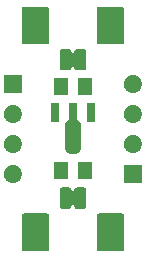
<source format=gts>
G04 #@! TF.GenerationSoftware,KiCad,Pcbnew,5.0.1-33cea8e~68~ubuntu18.04.1*
G04 #@! TF.CreationDate,2018-11-10T11:43:34+01:00*
G04 #@! TF.ProjectId,MCP1702_SOT89_breakoutmodule,4D4350313730325F534F5438395F6272,rev?*
G04 #@! TF.SameCoordinates,Original*
G04 #@! TF.FileFunction,Soldermask,Top*
G04 #@! TF.FilePolarity,Negative*
%FSLAX46Y46*%
G04 Gerber Fmt 4.6, Leading zero omitted, Abs format (unit mm)*
G04 Created by KiCad (PCBNEW 5.0.1-33cea8e~68~ubuntu18.04.1) date za 10 nov 2018 11:43:34 CET*
%MOMM*%
%LPD*%
G01*
G04 APERTURE LIST*
%ADD10C,0.100000*%
G04 APERTURE END LIST*
D10*
G36*
X140071144Y-84629024D02*
X140104538Y-84639154D01*
X140135302Y-84655597D01*
X140162270Y-84677730D01*
X140184403Y-84704698D01*
X140200846Y-84735462D01*
X140210976Y-84768856D01*
X140215000Y-84809712D01*
X140215000Y-87640288D01*
X140210976Y-87681144D01*
X140200846Y-87714538D01*
X140184403Y-87745302D01*
X140162270Y-87772270D01*
X140135302Y-87794403D01*
X140104538Y-87810846D01*
X140071144Y-87820976D01*
X140030288Y-87825000D01*
X138099712Y-87825000D01*
X138058856Y-87820976D01*
X138025462Y-87810846D01*
X137994698Y-87794403D01*
X137967730Y-87772270D01*
X137945597Y-87745302D01*
X137929154Y-87714538D01*
X137919024Y-87681144D01*
X137915000Y-87640288D01*
X137915000Y-84809712D01*
X137919024Y-84768856D01*
X137929154Y-84735462D01*
X137945597Y-84704698D01*
X137967730Y-84677730D01*
X137994698Y-84655597D01*
X138025462Y-84639154D01*
X138058856Y-84629024D01*
X138099712Y-84625000D01*
X140030288Y-84625000D01*
X140071144Y-84629024D01*
X140071144Y-84629024D01*
G37*
G36*
X133721144Y-84629024D02*
X133754538Y-84639154D01*
X133785302Y-84655597D01*
X133812270Y-84677730D01*
X133834403Y-84704698D01*
X133850846Y-84735462D01*
X133860976Y-84768856D01*
X133865000Y-84809712D01*
X133865000Y-87640288D01*
X133860976Y-87681144D01*
X133850846Y-87714538D01*
X133834403Y-87745302D01*
X133812270Y-87772270D01*
X133785302Y-87794403D01*
X133754538Y-87810846D01*
X133721144Y-87820976D01*
X133680288Y-87825000D01*
X131749712Y-87825000D01*
X131708856Y-87820976D01*
X131675462Y-87810846D01*
X131644698Y-87794403D01*
X131617730Y-87772270D01*
X131595597Y-87745302D01*
X131579154Y-87714538D01*
X131569024Y-87681144D01*
X131565000Y-87640288D01*
X131565000Y-84809712D01*
X131569024Y-84768856D01*
X131579154Y-84735462D01*
X131595597Y-84704698D01*
X131617730Y-84677730D01*
X131644698Y-84655597D01*
X131675462Y-84639154D01*
X131708856Y-84629024D01*
X131749712Y-84625000D01*
X133680288Y-84625000D01*
X133721144Y-84629024D01*
X133721144Y-84629024D01*
G37*
G36*
X135613960Y-82429196D02*
X135649023Y-82439832D01*
X135681332Y-82457102D01*
X135709655Y-82480345D01*
X135732898Y-82508668D01*
X135750168Y-82540977D01*
X135760804Y-82576040D01*
X135765602Y-82624753D01*
X135770383Y-82648786D01*
X135779760Y-82671425D01*
X135793374Y-82691800D01*
X135810701Y-82709127D01*
X135831076Y-82722741D01*
X135853715Y-82732118D01*
X135877749Y-82736898D01*
X135902253Y-82736898D01*
X135926286Y-82732117D01*
X135948925Y-82722740D01*
X135969300Y-82709126D01*
X135986627Y-82691799D01*
X136000241Y-82671424D01*
X136009618Y-82648785D01*
X136014398Y-82624753D01*
X136019196Y-82576040D01*
X136029832Y-82540977D01*
X136047102Y-82508668D01*
X136070345Y-82480345D01*
X136098668Y-82457102D01*
X136130977Y-82439832D01*
X136166040Y-82429196D01*
X136208641Y-82425000D01*
X136821359Y-82425000D01*
X136863960Y-82429196D01*
X136899023Y-82439832D01*
X136931332Y-82457102D01*
X136959655Y-82480345D01*
X136982898Y-82508668D01*
X137000168Y-82540977D01*
X137010804Y-82576040D01*
X137015000Y-82618641D01*
X137015000Y-84031359D01*
X137010804Y-84073960D01*
X137000168Y-84109023D01*
X136982898Y-84141332D01*
X136959655Y-84169655D01*
X136931332Y-84192898D01*
X136899023Y-84210168D01*
X136863960Y-84220804D01*
X136821359Y-84225000D01*
X136208641Y-84225000D01*
X136166040Y-84220804D01*
X136130977Y-84210168D01*
X136098668Y-84192898D01*
X136070345Y-84169655D01*
X136047102Y-84141332D01*
X136029832Y-84109023D01*
X136019196Y-84073960D01*
X136014398Y-84025247D01*
X136009617Y-84001214D01*
X136000240Y-83978575D01*
X135986626Y-83958200D01*
X135969299Y-83940873D01*
X135948924Y-83927259D01*
X135926285Y-83917882D01*
X135902251Y-83913102D01*
X135877747Y-83913102D01*
X135853714Y-83917883D01*
X135831075Y-83927260D01*
X135810700Y-83940874D01*
X135793373Y-83958201D01*
X135779759Y-83978576D01*
X135770382Y-84001215D01*
X135765602Y-84025247D01*
X135760804Y-84073960D01*
X135750168Y-84109023D01*
X135732898Y-84141332D01*
X135709655Y-84169655D01*
X135681332Y-84192898D01*
X135649023Y-84210168D01*
X135613960Y-84220804D01*
X135571359Y-84225000D01*
X134958641Y-84225000D01*
X134916040Y-84220804D01*
X134880977Y-84210168D01*
X134848668Y-84192898D01*
X134820345Y-84169655D01*
X134797102Y-84141332D01*
X134779832Y-84109023D01*
X134769196Y-84073960D01*
X134765000Y-84031359D01*
X134765000Y-82618641D01*
X134769196Y-82576040D01*
X134779832Y-82540977D01*
X134797102Y-82508668D01*
X134820345Y-82480345D01*
X134848668Y-82457102D01*
X134880977Y-82439832D01*
X134916040Y-82429196D01*
X134958641Y-82425000D01*
X135571359Y-82425000D01*
X135613960Y-82429196D01*
X135613960Y-82429196D01*
G37*
G36*
X141720000Y-82030000D02*
X140220000Y-82030000D01*
X140220000Y-80530000D01*
X141720000Y-80530000D01*
X141720000Y-82030000D01*
X141720000Y-82030000D01*
G37*
G36*
X130956318Y-80544411D02*
X131028767Y-80558822D01*
X131085303Y-80582240D01*
X131165257Y-80615358D01*
X131288100Y-80697439D01*
X131392561Y-80801900D01*
X131474642Y-80924743D01*
X131531178Y-81061234D01*
X131560000Y-81206130D01*
X131560000Y-81353870D01*
X131531178Y-81498766D01*
X131474642Y-81635257D01*
X131392561Y-81758100D01*
X131288100Y-81862561D01*
X131165257Y-81944642D01*
X131085303Y-81977760D01*
X131028767Y-82001178D01*
X130956318Y-82015589D01*
X130883870Y-82030000D01*
X130736130Y-82030000D01*
X130663682Y-82015589D01*
X130591233Y-82001178D01*
X130534697Y-81977760D01*
X130454743Y-81944642D01*
X130331900Y-81862561D01*
X130227439Y-81758100D01*
X130145358Y-81635257D01*
X130088822Y-81498766D01*
X130060000Y-81353870D01*
X130060000Y-81206130D01*
X130088822Y-81061234D01*
X130145358Y-80924743D01*
X130227439Y-80801900D01*
X130331900Y-80697439D01*
X130454743Y-80615358D01*
X130534697Y-80582240D01*
X130591233Y-80558822D01*
X130663682Y-80544411D01*
X130736130Y-80530000D01*
X130883870Y-80530000D01*
X130956318Y-80544411D01*
X130956318Y-80544411D01*
G37*
G36*
X137500000Y-81725000D02*
X136300000Y-81725000D01*
X136300000Y-80275000D01*
X137500000Y-80275000D01*
X137500000Y-81725000D01*
X137500000Y-81725000D01*
G37*
G36*
X135500000Y-81725000D02*
X134300000Y-81725000D01*
X134300000Y-80275000D01*
X135500000Y-80275000D01*
X135500000Y-81725000D01*
X135500000Y-81725000D01*
G37*
G36*
X136240000Y-76589360D02*
X136242402Y-76613746D01*
X136249515Y-76637195D01*
X136261066Y-76658806D01*
X136285700Y-76685986D01*
X136290778Y-76690153D01*
X136290781Y-76690155D01*
X136397370Y-76777630D01*
X136484845Y-76884219D01*
X136549845Y-77005825D01*
X136589872Y-77137776D01*
X136600000Y-77240610D01*
X136600000Y-78959390D01*
X136589872Y-79062224D01*
X136549845Y-79194175D01*
X136484845Y-79315781D01*
X136397369Y-79422370D01*
X136290780Y-79509845D01*
X136169174Y-79574845D01*
X136037223Y-79614872D01*
X135900000Y-79628387D01*
X135762776Y-79614872D01*
X135630825Y-79574845D01*
X135509219Y-79509845D01*
X135402630Y-79422369D01*
X135315155Y-79315780D01*
X135250155Y-79194174D01*
X135210128Y-79062223D01*
X135200000Y-78959389D01*
X135200000Y-77275010D01*
X135200001Y-77275000D01*
X135200001Y-77240610D01*
X135210129Y-77137776D01*
X135250156Y-77005825D01*
X135315156Y-76884219D01*
X135402631Y-76777630D01*
X135509220Y-76690155D01*
X135509224Y-76690153D01*
X135514300Y-76685987D01*
X135531627Y-76668660D01*
X135545240Y-76648285D01*
X135554618Y-76625646D01*
X135560000Y-76589361D01*
X135560000Y-75300000D01*
X136240000Y-75300000D01*
X136240000Y-76589360D01*
X136240000Y-76589360D01*
G37*
G36*
X141116318Y-78004411D02*
X141188767Y-78018822D01*
X141245303Y-78042240D01*
X141325257Y-78075358D01*
X141448100Y-78157439D01*
X141552561Y-78261900D01*
X141634642Y-78384743D01*
X141667760Y-78464697D01*
X141691178Y-78521233D01*
X141720000Y-78666131D01*
X141720000Y-78813869D01*
X141691178Y-78958767D01*
X141690920Y-78959389D01*
X141634642Y-79095257D01*
X141552561Y-79218100D01*
X141448100Y-79322561D01*
X141325257Y-79404642D01*
X141245303Y-79437760D01*
X141188767Y-79461178D01*
X141116318Y-79475589D01*
X141043870Y-79490000D01*
X140896130Y-79490000D01*
X140823682Y-79475589D01*
X140751233Y-79461178D01*
X140694697Y-79437760D01*
X140614743Y-79404642D01*
X140491900Y-79322561D01*
X140387439Y-79218100D01*
X140305358Y-79095257D01*
X140249080Y-78959389D01*
X140248822Y-78958767D01*
X140220000Y-78813869D01*
X140220000Y-78666131D01*
X140248822Y-78521233D01*
X140272240Y-78464697D01*
X140305358Y-78384743D01*
X140387439Y-78261900D01*
X140491900Y-78157439D01*
X140614743Y-78075358D01*
X140694697Y-78042240D01*
X140751233Y-78018822D01*
X140823682Y-78004411D01*
X140896130Y-77990000D01*
X141043870Y-77990000D01*
X141116318Y-78004411D01*
X141116318Y-78004411D01*
G37*
G36*
X130956318Y-78004411D02*
X131028767Y-78018822D01*
X131085303Y-78042240D01*
X131165257Y-78075358D01*
X131288100Y-78157439D01*
X131392561Y-78261900D01*
X131474642Y-78384743D01*
X131507760Y-78464697D01*
X131531178Y-78521233D01*
X131560000Y-78666131D01*
X131560000Y-78813869D01*
X131531178Y-78958767D01*
X131530920Y-78959389D01*
X131474642Y-79095257D01*
X131392561Y-79218100D01*
X131288100Y-79322561D01*
X131165257Y-79404642D01*
X131085303Y-79437760D01*
X131028767Y-79461178D01*
X130956318Y-79475589D01*
X130883870Y-79490000D01*
X130736130Y-79490000D01*
X130663682Y-79475589D01*
X130591233Y-79461178D01*
X130534697Y-79437760D01*
X130454743Y-79404642D01*
X130331900Y-79322561D01*
X130227439Y-79218100D01*
X130145358Y-79095257D01*
X130089080Y-78959389D01*
X130088822Y-78958767D01*
X130060000Y-78813869D01*
X130060000Y-78666131D01*
X130088822Y-78521233D01*
X130112240Y-78464697D01*
X130145358Y-78384743D01*
X130227439Y-78261900D01*
X130331900Y-78157439D01*
X130454743Y-78075358D01*
X130534697Y-78042240D01*
X130591233Y-78018822D01*
X130663682Y-78004411D01*
X130736130Y-77990000D01*
X130883870Y-77990000D01*
X130956318Y-78004411D01*
X130956318Y-78004411D01*
G37*
G36*
X130956318Y-75464411D02*
X131028767Y-75478822D01*
X131085303Y-75502240D01*
X131165257Y-75535358D01*
X131288100Y-75617439D01*
X131392561Y-75721900D01*
X131474642Y-75844743D01*
X131531178Y-75981234D01*
X131560000Y-76126130D01*
X131560000Y-76273870D01*
X131531178Y-76418766D01*
X131474642Y-76555257D01*
X131392561Y-76678100D01*
X131288100Y-76782561D01*
X131165257Y-76864642D01*
X131117991Y-76884220D01*
X131028767Y-76921178D01*
X130956318Y-76935589D01*
X130883870Y-76950000D01*
X130736130Y-76950000D01*
X130663682Y-76935589D01*
X130591233Y-76921178D01*
X130502009Y-76884220D01*
X130454743Y-76864642D01*
X130331900Y-76782561D01*
X130227439Y-76678100D01*
X130145358Y-76555257D01*
X130088822Y-76418766D01*
X130060000Y-76273870D01*
X130060000Y-76126130D01*
X130088822Y-75981234D01*
X130145358Y-75844743D01*
X130227439Y-75721900D01*
X130331900Y-75617439D01*
X130454743Y-75535358D01*
X130534697Y-75502240D01*
X130591233Y-75478822D01*
X130663682Y-75464411D01*
X130736130Y-75450000D01*
X130883870Y-75450000D01*
X130956318Y-75464411D01*
X130956318Y-75464411D01*
G37*
G36*
X141116318Y-75464411D02*
X141188767Y-75478822D01*
X141245303Y-75502240D01*
X141325257Y-75535358D01*
X141448100Y-75617439D01*
X141552561Y-75721900D01*
X141634642Y-75844743D01*
X141691178Y-75981234D01*
X141720000Y-76126130D01*
X141720000Y-76273870D01*
X141691178Y-76418766D01*
X141634642Y-76555257D01*
X141552561Y-76678100D01*
X141448100Y-76782561D01*
X141325257Y-76864642D01*
X141277991Y-76884220D01*
X141188767Y-76921178D01*
X141116318Y-76935589D01*
X141043870Y-76950000D01*
X140896130Y-76950000D01*
X140823682Y-76935589D01*
X140751233Y-76921178D01*
X140662009Y-76884220D01*
X140614743Y-76864642D01*
X140491900Y-76782561D01*
X140387439Y-76678100D01*
X140305358Y-76555257D01*
X140248822Y-76418766D01*
X140220000Y-76273870D01*
X140220000Y-76126130D01*
X140248822Y-75981234D01*
X140305358Y-75844743D01*
X140387439Y-75721900D01*
X140491900Y-75617439D01*
X140614743Y-75535358D01*
X140694697Y-75502240D01*
X140751233Y-75478822D01*
X140823682Y-75464411D01*
X140896130Y-75450000D01*
X141043870Y-75450000D01*
X141116318Y-75464411D01*
X141116318Y-75464411D01*
G37*
G36*
X137740000Y-76900000D02*
X137060000Y-76900000D01*
X137060000Y-75300000D01*
X137740000Y-75300000D01*
X137740000Y-76900000D01*
X137740000Y-76900000D01*
G37*
G36*
X134740000Y-76900000D02*
X134060000Y-76900000D01*
X134060000Y-75300000D01*
X134740000Y-75300000D01*
X134740000Y-76900000D01*
X134740000Y-76900000D01*
G37*
G36*
X135500000Y-74625000D02*
X134300000Y-74625000D01*
X134300000Y-73175000D01*
X135500000Y-73175000D01*
X135500000Y-74625000D01*
X135500000Y-74625000D01*
G37*
G36*
X137500000Y-74625000D02*
X136300000Y-74625000D01*
X136300000Y-73175000D01*
X137500000Y-73175000D01*
X137500000Y-74625000D01*
X137500000Y-74625000D01*
G37*
G36*
X141116318Y-72924411D02*
X141188767Y-72938822D01*
X141245303Y-72962240D01*
X141325257Y-72995358D01*
X141448100Y-73077439D01*
X141552561Y-73181900D01*
X141634642Y-73304743D01*
X141691178Y-73441234D01*
X141720000Y-73586130D01*
X141720000Y-73733870D01*
X141691178Y-73878766D01*
X141634642Y-74015257D01*
X141552561Y-74138100D01*
X141448100Y-74242561D01*
X141325257Y-74324642D01*
X141245303Y-74357760D01*
X141188767Y-74381178D01*
X141116318Y-74395589D01*
X141043870Y-74410000D01*
X140896130Y-74410000D01*
X140823682Y-74395589D01*
X140751233Y-74381178D01*
X140694697Y-74357760D01*
X140614743Y-74324642D01*
X140491900Y-74242561D01*
X140387439Y-74138100D01*
X140305358Y-74015257D01*
X140248822Y-73878766D01*
X140220000Y-73733870D01*
X140220000Y-73586130D01*
X140248822Y-73441234D01*
X140305358Y-73304743D01*
X140387439Y-73181900D01*
X140491900Y-73077439D01*
X140614743Y-72995358D01*
X140694697Y-72962240D01*
X140751233Y-72938822D01*
X140823682Y-72924411D01*
X140896130Y-72910000D01*
X141043870Y-72910000D01*
X141116318Y-72924411D01*
X141116318Y-72924411D01*
G37*
G36*
X131560000Y-74410000D02*
X130060000Y-74410000D01*
X130060000Y-72910000D01*
X131560000Y-72910000D01*
X131560000Y-74410000D01*
X131560000Y-74410000D01*
G37*
G36*
X135613960Y-70719196D02*
X135649023Y-70729832D01*
X135681332Y-70747102D01*
X135709655Y-70770345D01*
X135732898Y-70798668D01*
X135750168Y-70830977D01*
X135760804Y-70866040D01*
X135765602Y-70914753D01*
X135770383Y-70938786D01*
X135779760Y-70961425D01*
X135793374Y-70981800D01*
X135810701Y-70999127D01*
X135831076Y-71012741D01*
X135853715Y-71022118D01*
X135877749Y-71026898D01*
X135902253Y-71026898D01*
X135926286Y-71022117D01*
X135948925Y-71012740D01*
X135969300Y-70999126D01*
X135986627Y-70981799D01*
X136000241Y-70961424D01*
X136009618Y-70938785D01*
X136014398Y-70914753D01*
X136019196Y-70866040D01*
X136029832Y-70830977D01*
X136047102Y-70798668D01*
X136070345Y-70770345D01*
X136098668Y-70747102D01*
X136130977Y-70729832D01*
X136166040Y-70719196D01*
X136208641Y-70715000D01*
X136821359Y-70715000D01*
X136863960Y-70719196D01*
X136899023Y-70729832D01*
X136931332Y-70747102D01*
X136959655Y-70770345D01*
X136982898Y-70798668D01*
X137000168Y-70830977D01*
X137010804Y-70866040D01*
X137015000Y-70908641D01*
X137015000Y-72321359D01*
X137010804Y-72363960D01*
X137000168Y-72399023D01*
X136982898Y-72431332D01*
X136959655Y-72459655D01*
X136931332Y-72482898D01*
X136899023Y-72500168D01*
X136863960Y-72510804D01*
X136821359Y-72515000D01*
X136208641Y-72515000D01*
X136166040Y-72510804D01*
X136130977Y-72500168D01*
X136098668Y-72482898D01*
X136070345Y-72459655D01*
X136047102Y-72431332D01*
X136029832Y-72399023D01*
X136019196Y-72363960D01*
X136014398Y-72315247D01*
X136009617Y-72291214D01*
X136000240Y-72268575D01*
X135986626Y-72248200D01*
X135969299Y-72230873D01*
X135948924Y-72217259D01*
X135926285Y-72207882D01*
X135902251Y-72203102D01*
X135877747Y-72203102D01*
X135853714Y-72207883D01*
X135831075Y-72217260D01*
X135810700Y-72230874D01*
X135793373Y-72248201D01*
X135779759Y-72268576D01*
X135770382Y-72291215D01*
X135765602Y-72315247D01*
X135760804Y-72363960D01*
X135750168Y-72399023D01*
X135732898Y-72431332D01*
X135709655Y-72459655D01*
X135681332Y-72482898D01*
X135649023Y-72500168D01*
X135613960Y-72510804D01*
X135571359Y-72515000D01*
X134958641Y-72515000D01*
X134916040Y-72510804D01*
X134880977Y-72500168D01*
X134848668Y-72482898D01*
X134820345Y-72459655D01*
X134797102Y-72431332D01*
X134779832Y-72399023D01*
X134769196Y-72363960D01*
X134765000Y-72321359D01*
X134765000Y-70908641D01*
X134769196Y-70866040D01*
X134779832Y-70830977D01*
X134797102Y-70798668D01*
X134820345Y-70770345D01*
X134848668Y-70747102D01*
X134880977Y-70729832D01*
X134916040Y-70719196D01*
X134958641Y-70715000D01*
X135571359Y-70715000D01*
X135613960Y-70719196D01*
X135613960Y-70719196D01*
G37*
G36*
X133721144Y-67119024D02*
X133754538Y-67129154D01*
X133785302Y-67145597D01*
X133812270Y-67167730D01*
X133834403Y-67194698D01*
X133850846Y-67225462D01*
X133860976Y-67258856D01*
X133865000Y-67299712D01*
X133865000Y-70130288D01*
X133860976Y-70171144D01*
X133850846Y-70204538D01*
X133834403Y-70235302D01*
X133812270Y-70262270D01*
X133785302Y-70284403D01*
X133754538Y-70300846D01*
X133721144Y-70310976D01*
X133680288Y-70315000D01*
X131749712Y-70315000D01*
X131708856Y-70310976D01*
X131675462Y-70300846D01*
X131644698Y-70284403D01*
X131617730Y-70262270D01*
X131595597Y-70235302D01*
X131579154Y-70204538D01*
X131569024Y-70171144D01*
X131565000Y-70130288D01*
X131565000Y-67299712D01*
X131569024Y-67258856D01*
X131579154Y-67225462D01*
X131595597Y-67194698D01*
X131617730Y-67167730D01*
X131644698Y-67145597D01*
X131675462Y-67129154D01*
X131708856Y-67119024D01*
X131749712Y-67115000D01*
X133680288Y-67115000D01*
X133721144Y-67119024D01*
X133721144Y-67119024D01*
G37*
G36*
X140071144Y-67119024D02*
X140104538Y-67129154D01*
X140135302Y-67145597D01*
X140162270Y-67167730D01*
X140184403Y-67194698D01*
X140200846Y-67225462D01*
X140210976Y-67258856D01*
X140215000Y-67299712D01*
X140215000Y-70130288D01*
X140210976Y-70171144D01*
X140200846Y-70204538D01*
X140184403Y-70235302D01*
X140162270Y-70262270D01*
X140135302Y-70284403D01*
X140104538Y-70300846D01*
X140071144Y-70310976D01*
X140030288Y-70315000D01*
X138099712Y-70315000D01*
X138058856Y-70310976D01*
X138025462Y-70300846D01*
X137994698Y-70284403D01*
X137967730Y-70262270D01*
X137945597Y-70235302D01*
X137929154Y-70204538D01*
X137919024Y-70171144D01*
X137915000Y-70130288D01*
X137915000Y-67299712D01*
X137919024Y-67258856D01*
X137929154Y-67225462D01*
X137945597Y-67194698D01*
X137967730Y-67167730D01*
X137994698Y-67145597D01*
X138025462Y-67129154D01*
X138058856Y-67119024D01*
X138099712Y-67115000D01*
X140030288Y-67115000D01*
X140071144Y-67119024D01*
X140071144Y-67119024D01*
G37*
M02*

</source>
